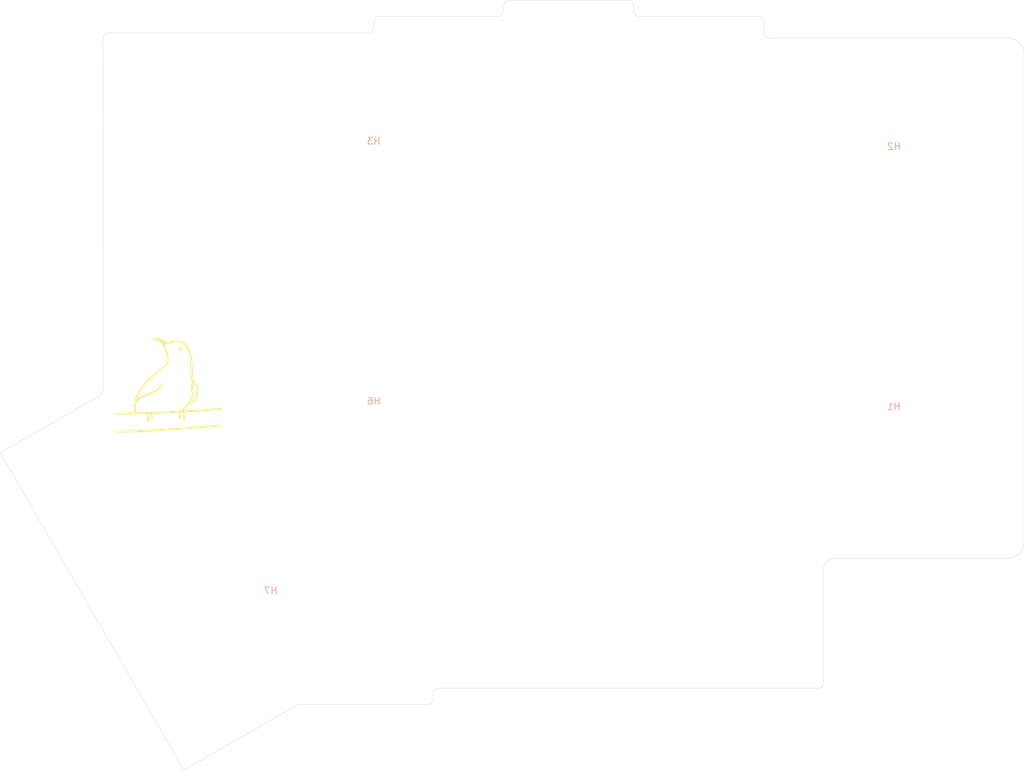
<source format=kicad_pcb>
(kicad_pcb (version 20171130) (host pcbnew "(5.1.9-0-10_14)")

  (general
    (thickness 1.6)
    (drawings 36)
    (tracks 0)
    (zones 0)
    (modules 6)
    (nets 1)
  )

  (page A4)
  (layers
    (0 F.Cu signal)
    (31 B.Cu signal)
    (32 B.Adhes user)
    (33 F.Adhes user)
    (34 B.Paste user)
    (35 F.Paste user)
    (36 B.SilkS user)
    (37 F.SilkS user)
    (38 B.Mask user)
    (39 F.Mask user)
    (40 Dwgs.User user)
    (41 Cmts.User user)
    (42 Eco1.User user)
    (43 Eco2.User user)
    (44 Edge.Cuts user)
    (45 Margin user)
    (46 B.CrtYd user)
    (47 F.CrtYd user)
    (48 B.Fab user)
    (49 F.Fab user)
  )

  (setup
    (last_trace_width 0.25)
    (trace_clearance 0.2)
    (zone_clearance 0.508)
    (zone_45_only no)
    (trace_min 0.2)
    (via_size 0.8)
    (via_drill 0.4)
    (via_min_size 0.4)
    (via_min_drill 0.3)
    (uvia_size 0.3)
    (uvia_drill 0.1)
    (uvias_allowed no)
    (uvia_min_size 0.2)
    (uvia_min_drill 0.1)
    (edge_width 0.05)
    (segment_width 0.2)
    (pcb_text_width 0.3)
    (pcb_text_size 1.5 1.5)
    (mod_edge_width 0.12)
    (mod_text_size 1 1)
    (mod_text_width 0.15)
    (pad_size 1.524 1.524)
    (pad_drill 0.762)
    (pad_to_mask_clearance 0)
    (aux_axis_origin 0 0)
    (grid_origin 154.78125 48.41875)
    (visible_elements FFFFF77F)
    (pcbplotparams
      (layerselection 0x011fc_ffffffff)
      (usegerberextensions false)
      (usegerberattributes true)
      (usegerberadvancedattributes true)
      (creategerberjobfile true)
      (excludeedgelayer true)
      (linewidth 0.100000)
      (plotframeref false)
      (viasonmask false)
      (mode 1)
      (useauxorigin false)
      (hpglpennumber 1)
      (hpglpenspeed 20)
      (hpglpendiameter 15.000000)
      (psnegative false)
      (psa4output false)
      (plotreference true)
      (plotvalue true)
      (plotinvisibletext false)
      (padsonsilk false)
      (subtractmaskfromsilk false)
      (outputformat 1)
      (mirror false)
      (drillshape 0)
      (scaleselection 1)
      (outputdirectory "./gerbers"))
  )

  (net 0 "")

  (net_class Default "This is the default net class."
    (clearance 0.2)
    (trace_width 0.25)
    (via_dia 0.8)
    (via_drill 0.4)
    (uvia_dia 0.3)
    (uvia_drill 0.1)
  )

  (module MountingHole:MountingHole_2.2mm_M2 (layer B.Cu) (tedit 56D1B4CB) (tstamp 607B26AA)
    (at 120.65 138.1125 180)
    (descr "Mounting Hole 2.2mm, no annular, M2")
    (tags "mounting hole 2.2mm no annular m2")
    (path /607DE302)
    (attr virtual)
    (fp_text reference H7 (at 0.01075 3.175) (layer B.SilkS)
      (effects (font (size 1 1) (thickness 0.15)) (justify mirror))
    )
    (fp_text value MountingHole (at 0 -6.5) (layer B.Fab)
      (effects (font (size 1 1) (thickness 0.15)) (justify mirror))
    )
    (fp_text user %R (at 0.3 0) (layer B.Fab)
      (effects (font (size 1 1) (thickness 0.15)) (justify mirror))
    )
    (fp_circle (center 0 0) (end 2.2 0) (layer Cmts.User) (width 0.15))
    (fp_circle (center 0 0) (end 2.45 0) (layer B.CrtYd) (width 0.05))
    (pad 1 np_thru_hole circle (at 0 0 180) (size 2.2 2.2) (drill 2.2) (layers *.Cu *.Mask))
  )

  (module MountingHole:MountingHole_2.2mm_M2 (layer B.Cu) (tedit 56D1B4CB) (tstamp 607B26A2)
    (at 135.73125 110.33125 180)
    (descr "Mounting Hole 2.2mm, no annular, M2")
    (tags "mounting hole 2.2mm no annular m2")
    (path /607DF460)
    (attr virtual)
    (fp_text reference H6 (at 0.006 3.175) (layer B.SilkS)
      (effects (font (size 1 1) (thickness 0.15)) (justify mirror))
    )
    (fp_text value MountingHole (at 0 -6.5) (layer B.Fab)
      (effects (font (size 1 1) (thickness 0.15)) (justify mirror))
    )
    (fp_text user %R (at 0.3 0) (layer B.Fab)
      (effects (font (size 1 1) (thickness 0.15)) (justify mirror))
    )
    (fp_circle (center 0 0) (end 2.2 0) (layer Cmts.User) (width 0.15))
    (fp_circle (center 0 0) (end 2.45 0) (layer B.CrtYd) (width 0.05))
    (pad 1 np_thru_hole circle (at 0 0 180) (size 2.2 2.2) (drill 2.2) (layers *.Cu *.Mask))
  )

  (module MountingHole:MountingHole_2.2mm_M2 (layer B.Cu) (tedit 56D1B4CB) (tstamp 607B268A)
    (at 135.73125 72.23125 180)
    (descr "Mounting Hole 2.2mm, no annular, M2")
    (tags "mounting hole 2.2mm no annular m2")
    (path /607DC9F0)
    (attr virtual)
    (fp_text reference H3 (at 0.006 3.175) (layer B.SilkS)
      (effects (font (size 1 1) (thickness 0.15)) (justify mirror))
    )
    (fp_text value MountingHole (at 0 -6.5) (layer B.Fab)
      (effects (font (size 1 1) (thickness 0.15)) (justify mirror))
    )
    (fp_text user %R (at 0.3 0) (layer B.Fab)
      (effects (font (size 1 1) (thickness 0.15)) (justify mirror))
    )
    (fp_circle (center 0 0) (end 2.2 0) (layer Cmts.User) (width 0.15))
    (fp_circle (center 0 0) (end 2.45 0) (layer B.CrtYd) (width 0.05))
    (pad 1 np_thru_hole circle (at 0 0 180) (size 2.2 2.2) (drill 2.2) (layers *.Cu *.Mask))
  )

  (module MountingHole:MountingHole_2.2mm_M2 (layer B.Cu) (tedit 56D1B4CB) (tstamp 607B2682)
    (at 211.93125 73.025 180)
    (descr "Mounting Hole 2.2mm, no annular, M2")
    (tags "mounting hole 2.2mm no annular m2")
    (path /607DE9D9)
    (attr virtual)
    (fp_text reference H2 (at -0.018 3.175) (layer B.SilkS)
      (effects (font (size 1 1) (thickness 0.15)) (justify mirror))
    )
    (fp_text value MountingHole (at 0 -6.5) (layer B.Fab)
      (effects (font (size 1 1) (thickness 0.15)) (justify mirror))
    )
    (fp_text user %R (at 0.3 0) (layer B.Fab)
      (effects (font (size 1 1) (thickness 0.15)) (justify mirror))
    )
    (fp_circle (center 0 0) (end 2.2 0) (layer Cmts.User) (width 0.15))
    (fp_circle (center 0 0) (end 2.45 0) (layer B.CrtYd) (width 0.05))
    (pad 1 np_thru_hole circle (at 0 0 180) (size 2.2 2.2) (drill 2.2) (layers *.Cu *.Mask))
  )

  (module MountingHole:MountingHole_2.2mm_M2 (layer B.Cu) (tedit 56D1B4CB) (tstamp 607BA93A)
    (at 211.91325 111.125 180)
    (descr "Mounting Hole 2.2mm, no annular, M2")
    (tags "mounting hole 2.2mm no annular m2")
    (path /607DE5EF)
    (attr virtual)
    (fp_text reference H1 (at 0 3.175) (layer B.SilkS)
      (effects (font (size 1 1) (thickness 0.15)) (justify mirror))
    )
    (fp_text value MountingHole (at 0 -6.5) (layer B.Fab)
      (effects (font (size 1 1) (thickness 0.15)) (justify mirror))
    )
    (fp_text user %R (at 0.3 0) (layer B.Fab)
      (effects (font (size 1 1) (thickness 0.15)) (justify mirror))
    )
    (fp_circle (center 0 0) (end 2.2 0) (layer Cmts.User) (width 0.15))
    (fp_circle (center 0 0) (end 2.45 0) (layer B.CrtYd) (width 0.05))
    (pad 1 np_thru_hole circle (at 0 0 180) (size 2.2 2.2) (drill 2.2) (layers *.Cu *.Mask))
  )

  (module footprints:wren_logo (layer F.Cu) (tedit 0) (tstamp 607C08C5)
    (at 105.63225 104.80675)
    (fp_text reference G*** (at 0 0) (layer F.SilkS) hide
      (effects (font (size 1.524 1.524) (thickness 0.3)))
    )
    (fp_text value LOGO (at 0.75 0) (layer F.SilkS) hide
      (effects (font (size 1.524 1.524) (thickness 0.3)))
    )
    (fp_poly (pts (xy 1.858703 -5.644403) (xy 1.917873 -5.625001) (xy 2.043406 -5.533928) (xy 2.110759 -5.404252)
      (xy 2.118886 -5.259587) (xy 2.066744 -5.123542) (xy 1.953287 -5.019728) (xy 1.944845 -5.015214)
      (xy 1.841152 -4.967101) (xy 1.767931 -4.959834) (xy 1.682143 -4.992263) (xy 1.651834 -5.007376)
      (xy 1.528795 -5.105656) (xy 1.468932 -5.230096) (xy 1.464859 -5.363544) (xy 1.509187 -5.48885)
      (xy 1.594529 -5.588862) (xy 1.713497 -5.64643) (xy 1.858703 -5.644403)) (layer F.SilkS) (width 0.01))
    (fp_poly (pts (xy -1.780689 -6.979144) (xy -1.723826 -6.976575) (xy -1.582145 -6.968584) (xy -1.467686 -6.956075)
      (xy -1.362718 -6.933126) (xy -1.249514 -6.893811) (xy -1.110344 -6.832208) (xy -0.927478 -6.742393)
      (xy -0.742825 -6.648799) (xy -0.133732 -6.338804) (xy 0.363129 -6.452104) (xy 0.802847 -6.534727)
      (xy 1.188283 -6.565863) (xy 1.534121 -6.543134) (xy 1.855047 -6.464164) (xy 2.165746 -6.326574)
      (xy 2.480904 -6.127988) (xy 2.514317 -6.103891) (xy 2.733294 -5.898293) (xy 2.935308 -5.615855)
      (xy 3.116681 -5.263356) (xy 3.27373 -4.847575) (xy 3.362033 -4.542701) (xy 3.42238 -4.253539)
      (xy 3.47501 -3.88398) (xy 3.519552 -3.437971) (xy 3.555634 -2.919464) (xy 3.582886 -2.332406)
      (xy 3.590114 -2.116567) (xy 3.600755 -1.777444) (xy 3.610378 -1.51135) (xy 3.620197 -1.306673)
      (xy 3.631429 -1.151805) (xy 3.645288 -1.035136) (xy 3.66299 -0.945056) (xy 3.68575 -0.869956)
      (xy 3.714782 -0.798225) (xy 3.732131 -0.759776) (xy 3.820426 -0.600094) (xy 3.940215 -0.424024)
      (xy 4.042652 -0.296538) (xy 4.20691 -0.095193) (xy 4.316877 0.08822) (xy 4.382004 0.279942)
      (xy 4.411745 0.506215) (xy 4.416309 0.740833) (xy 4.394645 1.115067) (xy 4.340311 1.486226)
      (xy 4.258031 1.834862) (xy 4.152527 2.141531) (xy 4.028521 2.386785) (xy 4.009511 2.415763)
      (xy 3.874004 2.582125) (xy 3.730253 2.678695) (xy 3.552538 2.718523) (xy 3.409331 2.72027)
      (xy 3.142313 2.710041) (xy 2.841785 3.086394) (xy 2.70679 3.25068) (xy 2.576566 3.400864)
      (xy 2.468091 3.517799) (xy 2.41038 3.572874) (xy 2.279503 3.683) (xy 2.483835 3.682927)
      (xy 2.589409 3.67997) (xy 2.770206 3.671535) (xy 3.017 3.658208) (xy 3.320564 3.640575)
      (xy 3.671674 3.61922) (xy 4.061102 3.59473) (xy 4.479622 3.56769) (xy 4.918008 3.538685)
      (xy 5.367034 3.5083) (xy 5.817475 3.477122) (xy 6.260103 3.445736) (xy 6.531987 3.426032)
      (xy 6.846724 3.403954) (xy 7.135562 3.385489) (xy 7.38727 3.371213) (xy 7.590618 3.3617)
      (xy 7.734374 3.357526) (xy 7.807308 3.359267) (xy 7.812571 3.360436) (xy 7.858581 3.416412)
      (xy 7.872755 3.508726) (xy 7.852643 3.594318) (xy 7.827447 3.622107) (xy 7.773857 3.632406)
      (xy 7.643514 3.647305) (xy 7.444172 3.666221) (xy 7.183586 3.688571) (xy 6.86951 3.713772)
      (xy 6.509699 3.741241) (xy 6.111908 3.770395) (xy 5.68389 3.800651) (xy 5.2334 3.831426)
      (xy 4.768193 3.862137) (xy 4.296024 3.892202) (xy 3.958166 3.912995) (xy 3.643972 3.932338)
      (xy 3.342102 3.951477) (xy 3.067724 3.969407) (xy 2.836004 3.985125) (xy 2.662111 3.997626)
      (xy 2.577966 4.004358) (xy 2.298433 4.02901) (xy 2.36028 4.205255) (xy 2.394002 4.357004)
      (xy 2.413678 4.559433) (xy 2.418591 4.779613) (xy 2.408024 4.984615) (xy 2.381263 5.141507)
      (xy 2.380684 5.1435) (xy 2.33756 5.235693) (xy 2.263369 5.268417) (xy 2.219454 5.2705)
      (xy 2.0955 5.2705) (xy 2.095284 4.804833) (xy 2.084629 4.507474) (xy 2.053735 4.278194)
      (xy 2.003753 4.121018) (xy 1.935835 4.039967) (xy 1.874048 4.031506) (xy 1.818302 4.072738)
      (xy 1.814232 4.108847) (xy 1.823958 4.178159) (xy 1.836166 4.306921) (xy 1.848543 4.470055)
      (xy 1.851087 4.5085) (xy 1.859656 4.68429) (xy 1.855536 4.799345) (xy 1.835284 4.877088)
      (xy 1.795458 4.940944) (xy 1.785757 4.953) (xy 1.714787 5.022556) (xy 1.654989 5.02843)
      (xy 1.621902 5.011923) (xy 1.581504 4.97177) (xy 1.556709 4.899398) (xy 1.543396 4.77602)
      (xy 1.538302 4.630923) (xy 1.529044 4.453486) (xy 1.510961 4.294257) (xy 1.487738 4.18444)
      (xy 1.484543 4.175445) (xy 1.437648 4.054057) (xy 1.046907 4.081256) (xy 0.934451 4.088013)
      (xy 0.754103 4.097551) (xy 0.517844 4.109332) (xy 0.237651 4.122819) (xy -0.074495 4.137473)
      (xy -0.406615 4.152755) (xy -0.746729 4.168129) (xy -1.082858 4.183056) (xy -1.403024 4.196997)
      (xy -1.695245 4.209415) (xy -1.947544 4.219772) (xy -2.14794 4.22753) (xy -2.284454 4.232151)
      (xy -2.336757 4.233233) (xy -2.380159 4.240721) (xy -2.385183 4.277711) (xy -2.353098 4.366257)
      (xy -2.345477 4.3846) (xy -2.308017 4.523027) (xy -2.29159 4.690106) (xy -2.295012 4.860844)
      (xy -2.317097 5.010252) (xy -2.35666 5.113337) (xy -2.38125 5.138864) (xy -2.474629 5.170191)
      (xy -2.541112 5.12753) (xy -2.582388 5.008296) (xy -2.600149 4.809901) (xy -2.600316 4.803535)
      (xy -2.623769 4.554414) (xy -2.678819 4.373577) (xy -2.763504 4.265274) (xy -2.863117 4.233333)
      (xy -2.939304 4.244145) (xy -2.948436 4.286751) (xy -2.940745 4.307416) (xy -2.86031 4.551537)
      (xy -2.817855 4.80483) (xy -2.814189 5.045011) (xy -2.85012 5.249797) (xy -2.902325 5.364909)
      (xy -2.965625 5.442833) (xy -3.025765 5.452773) (xy -3.089323 5.420187) (xy -3.120875 5.378123)
      (xy -3.140578 5.290716) (xy -3.15052 5.143722) (xy -3.152823 4.986918) (xy -3.161064 4.740108)
      (xy -3.185908 4.558925) (xy -3.22687 4.431752) (xy -3.299906 4.270339) (xy -4.708537 4.304752)
      (xy -5.097748 4.313554) (xy -5.50579 4.321524) (xy -5.912872 4.328363) (xy -6.299203 4.333772)
      (xy -6.644992 4.337453) (xy -6.930449 4.339105) (xy -6.985 4.339166) (xy -7.852834 4.339166)
      (xy -7.866252 4.222509) (xy -7.857591 4.124868) (xy -7.822766 4.084015) (xy -7.767824 4.077738)
      (xy -7.638844 4.070211) (xy -7.446438 4.061833) (xy -7.20122 4.053002) (xy -6.913802 4.044114)
      (xy -6.594795 4.035569) (xy -6.417587 4.031339) (xy -5.069313 4.0005) (xy -5.076924 3.526025)
      (xy -5.074698 3.480111) (xy -4.768361 3.480111) (xy -4.758756 3.699883) (xy -4.731475 3.991934)
      (xy -3.815655 3.963921) (xy -3.507593 3.95416) (xy -3.140086 3.941969) (xy -2.738291 3.928217)
      (xy -2.327364 3.913771) (xy -1.932463 3.8995) (xy -1.7145 3.891413) (xy -1.326048 3.87624)
      (xy -0.892678 3.858317) (xy -0.443255 3.838903) (xy -0.006638 3.819256) (xy 0.388309 3.800637)
      (xy 0.557241 3.792301) (xy 0.889305 3.775327) (xy 1.148226 3.760851) (xy 1.345431 3.747372)
      (xy 1.492352 3.733389) (xy 1.600414 3.717403) (xy 1.681049 3.697911) (xy 1.745684 3.673414)
      (xy 1.805749 3.642411) (xy 1.837266 3.624219) (xy 2.065416 3.459754) (xy 2.310186 3.228183)
      (xy 2.560304 2.942337) (xy 2.804499 2.61505) (xy 2.942014 2.400248) (xy 3.344333 2.400248)
      (xy 3.38151 2.408676) (xy 3.473447 2.40689) (xy 3.498877 2.404972) (xy 3.650523 2.360663)
      (xy 3.731564 2.286) (xy 3.825557 2.117684) (xy 3.911379 1.888382) (xy 3.985839 1.617375)
      (xy 4.045747 1.323943) (xy 4.087913 1.027368) (xy 4.109147 0.746929) (xy 4.106257 0.501908)
      (xy 4.076055 0.311584) (xy 4.064197 0.275685) (xy 4.017699 0.186094) (xy 3.943718 0.074422)
      (xy 3.859478 -0.036838) (xy 3.782204 -0.125195) (xy 3.72912 -0.168157) (xy 3.723394 -0.169334)
      (xy 3.703213 -0.130776) (xy 3.677395 -0.028847) (xy 3.650991 0.115835) (xy 3.646848 0.142933)
      (xy 3.624173 0.334525) (xy 3.624246 0.481925) (xy 3.648262 0.622817) (xy 3.66397 0.682683)
      (xy 3.72518 0.934708) (xy 3.752241 1.151578) (xy 3.742562 1.355712) (xy 3.693554 1.569528)
      (xy 3.602629 1.815447) (xy 3.508687 2.027276) (xy 3.436874 2.184245) (xy 3.380976 2.309864)
      (xy 3.348933 2.386118) (xy 3.344333 2.400248) (xy 2.942014 2.400248) (xy 3.021828 2.275577)
      (xy 3.199272 1.959278) (xy 3.32473 1.692842) (xy 3.401526 1.462029) (xy 3.432989 1.252603)
      (xy 3.422443 1.050323) (xy 3.373216 0.840953) (xy 3.363851 0.811563) (xy 3.314087 0.543379)
      (xy 3.320238 0.220475) (xy 3.381964 -0.1486) (xy 3.406152 -0.247515) (xy 3.440487 -0.390818)
      (xy 3.452315 -0.496155) (xy 3.440175 -0.598834) (xy 3.402608 -0.734162) (xy 3.383522 -0.794705)
      (xy 3.355916 -0.88969) (xy 3.333645 -0.990103) (xy 3.315722 -1.107661) (xy 3.301157 -1.254082)
      (xy 3.288961 -1.441083) (xy 3.278145 -1.680383) (xy 3.26772 -1.983697) (xy 3.259433 -2.264834)
      (xy 3.241885 -2.771201) (xy 3.219149 -3.205603) (xy 3.189797 -3.580661) (xy 3.152396 -3.908992)
      (xy 3.105519 -4.203217) (xy 3.047734 -4.475954) (xy 2.979827 -4.732194) (xy 2.8358 -5.139553)
      (xy 2.658124 -5.4748) (xy 2.440604 -5.745915) (xy 2.177048 -5.960878) (xy 1.914872 -6.104198)
      (xy 1.675589 -6.195346) (xy 1.436377 -6.246696) (xy 1.17937 -6.258744) (xy 0.886703 -6.231984)
      (xy 0.540509 -6.166912) (xy 0.4445 -6.14495) (xy 0.216257 -6.09309) (xy -0.004277 -6.046194)
      (xy -0.192708 -6.009252) (xy -0.324641 -5.987253) (xy -0.329721 -5.986583) (xy -0.451432 -5.966209)
      (xy -0.527352 -5.94443) (xy -0.541145 -5.931579) (xy -0.516253 -5.882947) (xy -0.464015 -5.782626)
      (xy -0.406408 -5.672667) (xy -0.248949 -5.321249) (xy -0.122179 -4.933956) (xy -0.029251 -4.530092)
      (xy 0.026679 -4.12896) (xy 0.042457 -3.749862) (xy 0.014928 -3.412102) (xy -0.014108 -3.272201)
      (xy -0.072808 -3.112972) (xy -0.155722 -2.962769) (xy -0.194024 -2.911909) (xy -0.239851 -2.860301)
      (xy -0.288849 -2.809529) (xy -0.349639 -2.752307) (xy -0.430847 -2.681346) (xy -0.541095 -2.589361)
      (xy -0.689007 -2.469063) (xy -0.883206 -2.313165) (xy -1.132316 -2.11438) (xy -1.227667 -2.038426)
      (xy -1.484813 -1.826476) (xy -1.77694 -1.57373) (xy -2.088122 -1.294958) (xy -2.402432 -1.00493)
      (xy -2.70394 -0.718417) (xy -2.976721 -0.450188) (xy -3.204846 -0.215015) (xy -3.270375 -0.144145)
      (xy -3.661891 0.323845) (xy -3.984754 0.795958) (xy -4.253087 1.29412) (xy -4.37766 1.575331)
      (xy -4.443674 1.736987) (xy -4.495214 1.867353) (xy -4.525082 1.948008) (xy -4.529667 1.964406)
      (xy -4.498782 1.950997) (xy -4.416471 1.896283) (xy -4.298254 1.810795) (xy -4.250568 1.775023)
      (xy -3.97005 1.579062) (xy -3.713692 1.438829) (xy -3.455578 1.341785) (xy -3.249526 1.290674)
      (xy -2.79554 1.159693) (xy -2.353789 0.960182) (xy -1.939991 0.702525) (xy -1.569867 0.397106)
      (xy -1.259134 0.054312) (xy -1.152536 -0.09465) (xy -1.048365 -0.21402) (xy -0.949714 -0.250407)
      (xy -0.858367 -0.203273) (xy -0.843972 -0.187254) (xy -0.819561 -0.113071) (xy -0.849224 -0.008575)
      (xy -0.936182 0.131255) (xy -1.083652 0.31144) (xy -1.294855 0.537001) (xy -1.3335 0.576344)
      (xy -1.688356 0.899346) (xy -2.058825 1.159952) (xy -2.462273 1.367539) (xy -2.916063 1.531485)
      (xy -3.278388 1.626547) (xy -3.522369 1.709832) (xy -3.785335 1.845331) (xy -4.047491 2.018411)
      (xy -4.289045 2.214438) (xy -4.490202 2.418777) (xy -4.631168 2.616793) (xy -4.639892 2.633158)
      (xy -4.692204 2.781616) (xy -4.732926 2.98907) (xy -4.759248 3.230307) (xy -4.768361 3.480111)
      (xy -5.074698 3.480111) (xy -5.045407 2.876002) (xy -4.930709 2.235558) (xy -4.734073 1.607851)
      (xy -4.456741 0.996039) (xy -4.099956 0.403281) (xy -3.66496 -0.167264) (xy -3.590182 -0.254)
      (xy -3.347586 -0.517668) (xy -3.051989 -0.817601) (xy -2.71858 -1.139875) (xy -2.362546 -1.470566)
      (xy -1.999075 -1.795751) (xy -1.643354 -2.101506) (xy -1.31057 -2.373907) (xy -1.100667 -2.536337)
      (xy -0.827933 -2.74758) (xy -0.620907 -2.923226) (xy -0.472118 -3.070254) (xy -0.374092 -3.195645)
      (xy -0.348901 -3.2385) (xy -0.309277 -3.367088) (xy -0.286178 -3.559056) (xy -0.279266 -3.79481)
      (xy -0.288205 -4.05476) (xy -0.312658 -4.319314) (xy -0.35229 -4.56888) (xy -0.373394 -4.664573)
      (xy -0.516431 -5.147209) (xy -0.694589 -5.55574) (xy -0.911624 -5.894703) (xy -1.17129 -6.168636)
      (xy -1.477339 -6.382074) (xy -1.833527 -6.539556) (xy -1.956903 -6.578354) (xy -2.13976 -6.647695)
      (xy -2.244346 -6.726447) (xy -2.26862 -6.811762) (xy -2.210541 -6.900791) (xy -2.196503 -6.912758)
      (xy -2.135401 -6.952576) (xy -2.060029 -6.974982) (xy -1.948941 -6.982873) (xy -1.780689 -6.979144)) (layer F.SilkS) (width 0.01))
    (fp_poly (pts (xy 7.811945 5.784912) (xy 7.866437 5.84272) (xy 7.871027 5.931063) (xy 7.829993 6.015418)
      (xy 7.77875 6.052663) (xy 7.719613 6.063077) (xy 7.582687 6.079016) (xy 7.374629 6.099954)
      (xy 7.1021 6.125367) (xy 6.771759 6.154729) (xy 6.390267 6.187516) (xy 5.964281 6.223201)
      (xy 5.500463 6.261259) (xy 5.005472 6.301166) (xy 4.485967 6.342395) (xy 3.948608 6.384422)
      (xy 3.400055 6.426722) (xy 2.846967 6.468769) (xy 2.296004 6.510037) (xy 1.753826 6.550002)
      (xy 1.227091 6.588139) (xy 0.722461 6.623921) (xy 0.246594 6.656825) (xy -0.19385 6.686323)
      (xy -0.529167 6.707935) (xy -0.91785 6.731303) (xy -1.357835 6.755754) (xy -1.839204 6.780877)
      (xy -2.35204 6.806259) (xy -2.886426 6.831488) (xy -3.432446 6.856149) (xy -3.980182 6.879832)
      (xy -4.519718 6.902124) (xy -5.041137 6.922611) (xy -5.534521 6.940881) (xy -5.989953 6.956521)
      (xy -6.397518 6.96912) (xy -6.747297 6.978263) (xy -7.029374 6.983539) (xy -7.1809 6.98471)
      (xy -7.404951 6.981947) (xy -7.557538 6.972324) (xy -7.651698 6.954329) (xy -7.700466 6.926451)
      (xy -7.702421 6.924206) (xy -7.732545 6.836949) (xy -7.694631 6.75565) (xy -7.604089 6.700583)
      (xy -7.523261 6.688458) (xy -7.357868 6.686287) (xy -7.11711 6.680406) (xy -6.810188 6.671195)
      (xy -6.446305 6.659035) (xy -6.034664 6.644305) (xy -5.584466 6.627385) (xy -5.104914 6.608656)
      (xy -4.60521 6.588496) (xy -4.094556 6.567286) (xy -3.582155 6.545406) (xy -3.07721 6.523236)
      (xy -2.588921 6.501156) (xy -2.126492 6.479544) (xy -1.699125 6.458783) (xy -1.316022 6.439251)
      (xy -0.986386 6.421328) (xy -0.8255 6.41195) (xy -0.458528 6.388884) (xy -0.016832 6.359434)
      (xy 0.489944 6.324321) (xy 1.052155 6.284261) (xy 1.660157 6.239972) (xy 2.304306 6.192173)
      (xy 2.974957 6.141581) (xy 3.662466 6.088915) (xy 4.357188 6.034892) (xy 5.04948 5.98023)
      (xy 5.729696 5.925648) (xy 5.981028 5.905238) (xy 6.360972 5.874948) (xy 6.715872 5.847942)
      (xy 7.036594 5.82482) (xy 7.314005 5.806184) (xy 7.538973 5.792632) (xy 7.702364 5.784766)
      (xy 7.795045 5.783185) (xy 7.811945 5.784912)) (layer F.SilkS) (width 0.01))
  )

  (gr_line (start 230.98125 127.79375) (end 230.98125 56.35625) (layer Edge.Cuts) (width 0.05) (tstamp 607B6775))
  (gr_arc (start 228.6 127.79375) (end 230.98125 127.79375) (angle 90) (layer Edge.Cuts) (width 0.05))
  (gr_line (start 228.6 53.975) (end 193.675 53.975) (layer Edge.Cuts) (width 0.05) (tstamp 607B6774))
  (gr_arc (start 228.6 56.35625) (end 228.6 53.975) (angle 90) (layer Edge.Cuts) (width 0.05))
  (gr_line (start 80.99425 114.71275) (end 95.21825 106.58475) (layer Edge.Cuts) (width 0.05) (tstamp 607BC3C7))
  (gr_line (start 107.91825 161.19475) (end 80.99425 114.71275) (layer Edge.Cuts) (width 0.05))
  (gr_line (start 124.61875 151.60625) (end 107.91825 161.19475) (layer Edge.Cuts) (width 0.05))
  (gr_line (start 96.095798 105.164847) (end 96.04375 53.975) (layer Edge.Cuts) (width 0.05) (tstamp 607BA2DF))
  (gr_line (start 203.2 130.175) (end 228.6 130.175) (layer Edge.Cuts) (width 0.05) (tstamp 607BA1C2))
  (gr_arc (start 203.2 131.7625) (end 201.6125 131.7625) (angle 90) (layer Edge.Cuts) (width 0.05))
  (gr_line (start 201.6125 148.43125) (end 201.6125 131.7625) (layer Edge.Cuts) (width 0.05))
  (gr_line (start 200.81875 149.225) (end 181.76875 149.225) (layer Edge.Cuts) (width 0.05) (tstamp 607B336E))
  (gr_line (start 173.83125 49.2125) (end 173.83125 50.00625) (layer Edge.Cuts) (width 0.05) (tstamp 6073F89F))
  (gr_line (start 143.66875 151.60625) (end 124.61875 151.60625) (layer Edge.Cuts) (width 0.05))
  (gr_line (start 144.4625 150.01875) (end 144.4625 150.8125) (layer Edge.Cuts) (width 0.05) (tstamp 60721D25))
  (gr_arc (start 143.66875 150.8125) (end 144.4625 150.8125) (angle 90) (layer Edge.Cuts) (width 0.05))
  (gr_arc (start 145.25625 150.01875) (end 144.4625 150.01875) (angle 90) (layer Edge.Cuts) (width 0.05))
  (gr_line (start 181.76875 149.225) (end 145.25625 149.225) (layer Edge.Cuts) (width 0.05))
  (gr_arc (start 200.81875 148.43125) (end 201.6125 148.43125) (angle 90) (layer Edge.Cuts) (width 0.05))
  (gr_arc (start 94.508298 105.164847) (end 96.095798 105.164847) (angle 63.43494882) (layer Edge.Cuts) (width 0.05))
  (gr_line (start 134.9375 53.18125) (end 96.8375 53.18125) (layer Edge.Cuts) (width 0.05) (tstamp 607219A8))
  (gr_line (start 135.73125 51.59375) (end 135.73125 52.3875) (layer Edge.Cuts) (width 0.05) (tstamp 607219A5))
  (gr_line (start 153.9875 50.8) (end 136.525 50.8) (layer Edge.Cuts) (width 0.05) (tstamp 607219A3))
  (gr_line (start 154.78125 49.2125) (end 154.78125 50.00625) (layer Edge.Cuts) (width 0.05) (tstamp 607219A0))
  (gr_line (start 173.0375 48.41875) (end 155.575 48.41875) (layer Edge.Cuts) (width 0.05) (tstamp 6072199E))
  (gr_line (start 192.0875 50.8) (end 174.625 50.8) (layer Edge.Cuts) (width 0.05) (tstamp 60721999))
  (gr_line (start 192.88125 53.18125) (end 192.88125 51.59375) (layer Edge.Cuts) (width 0.05) (tstamp 60721996))
  (gr_arc (start 96.8375 53.975) (end 96.04375 53.975) (angle 90) (layer Edge.Cuts) (width 0.05))
  (gr_arc (start 134.9375 52.3875) (end 135.73125 52.3875) (angle 90) (layer Edge.Cuts) (width 0.05))
  (gr_arc (start 136.525 51.59375) (end 135.73125 51.59375) (angle 90) (layer Edge.Cuts) (width 0.05))
  (gr_arc (start 153.9875 50.00625) (end 154.78125 50.00625) (angle 90) (layer Edge.Cuts) (width 0.05))
  (gr_arc (start 155.575 49.2125) (end 154.78125 49.2125) (angle 90) (layer Edge.Cuts) (width 0.05))
  (gr_arc (start 192.0875 51.59375) (end 192.0875 50.8) (angle 90) (layer Edge.Cuts) (width 0.05))
  (gr_arc (start 193.675 53.18125) (end 193.675 53.975) (angle 90) (layer Edge.Cuts) (width 0.05))
  (gr_arc (start 173.0375 49.2125) (end 173.0375 48.41875) (angle 90) (layer Edge.Cuts) (width 0.05))
  (gr_arc (start 174.625 50.00625) (end 174.625 50.8) (angle 90) (layer Edge.Cuts) (width 0.05))

)

</source>
